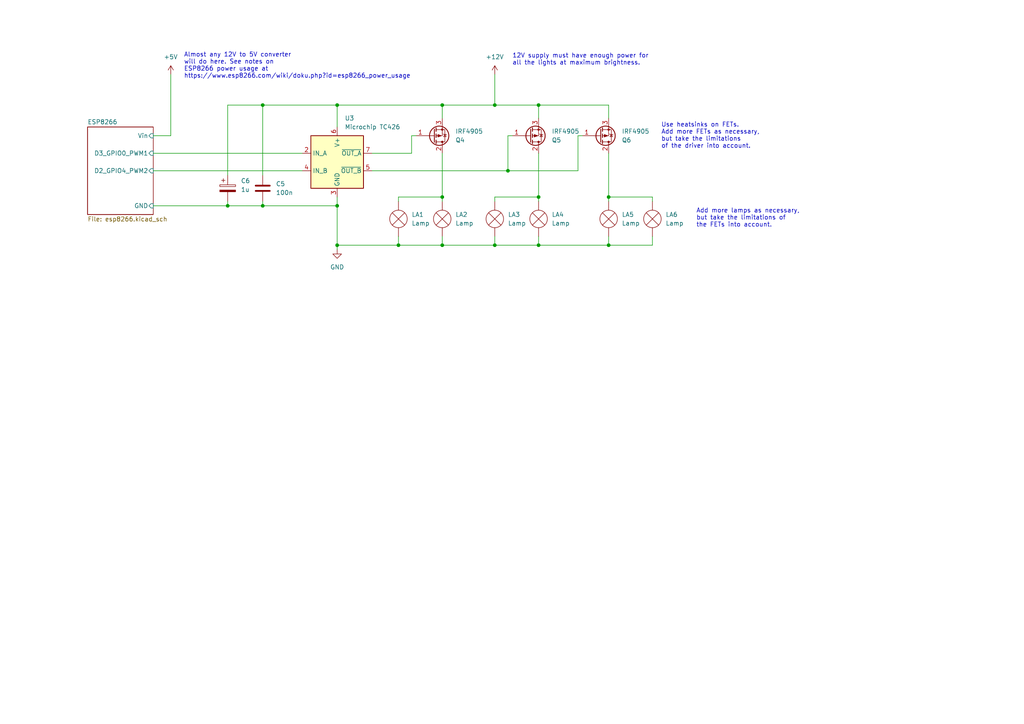
<source format=kicad_sch>
(kicad_sch (version 20230121) (generator eeschema)
  (paper "A4")
  (lib_symbols
    (symbol "Device:C" (pin_numbers hide) (pin_names (offset 0.254))
      (property "Reference" "C" (at 0.635 2.54 0))
      (property "Value" "C" (at 0.635 -2.54 0))
      (symbol "C_0_1"
        (polyline (pts (xy -2.032 -0.762) (xy 2.032 -0.762)) (stroke (width 0.508)))
        (polyline (pts (xy -2.032 0.762) (xy 2.032 0.762)) (stroke (width 0.508)))
      )
      (symbol "C_1_1"
        (pin passive line (at 0 3.81 270) (length 2.794) (name "~") (number "1"))
        (pin passive line (at 0 -3.81 90) (length 2.794) (name "~") (number "2"))
      )
    )
    (symbol "Device:C_Polarized" (pin_numbers hide) (pin_names (offset 0.254))
      (property "Reference" "C" (at 0.635 2.54 0))
      (property "Value" "C_Polarized" (at 0.635 -2.54 0))
      (symbol "C_Polarized_0_1"
        (rectangle (start -2.286 0.508) (end 2.286 1.016))
        (polyline (pts (xy -1.778 2.286) (xy -0.762 2.286)))
        (polyline (pts (xy -1.27 2.794) (xy -1.27 1.778)))
        (rectangle (start 2.286 -0.508) (end -2.286 -1.016) (fill (type outline)))
      )
      (symbol "C_Polarized_1_1"
        (pin passive line (at 0 3.81 270) (length 2.794) (name "~") (number "1"))
        (pin passive line (at 0 -3.81 90) (length 2.794) (name "~") (number "2"))
      )
    )
    (symbol "Device:Lamp" (pin_numbers hide) (pin_names (offset 0.0254) hide)
      (property "Reference" "LA" (at 0.635 3.81 0))
      (property "Value" "Lamp" (at 0.635 -3.81 0))
      (symbol "Lamp_0_1"
        (polyline (pts (xy -1.778 1.778) (xy 1.778 -1.778)))
        (polyline (pts (xy 1.778 1.778) (xy -1.778 -1.778)))
        (circle (center 0 0) (radius 2.54))
      )
      (symbol "Lamp_1_1"
        (pin passive line (at 0 -5.08 90) (length 2.54) (name "-") (number "1"))
        (pin passive line (at 0 5.08 270) (length 2.54) (name "+") (number "2"))
      )
    )
    (symbol "Driver_FET:EL7212CN"
      (property "Reference" "U" (at -7.62 8.89 0))
      (property "Value" "EL7212CN" (at 1.27 8.89 0))
      (symbol "EL7212CN_0_1"
        (rectangle (start -7.62 -7.62) (end 7.62 7.62) (stroke (width 0.254)) (fill (type background)))
      )
      (symbol "EL7212CN_1_1"
        (pin no_connect line (at -7.62 0 0) (length 2.54) hide (name "NC") (number "1"))
        (pin input line (at -10.16 2.54 0) (length 2.54) (name "IN_A") (number "2"))
        (pin power_in line (at 0 -10.16 90) (length 2.54) (name "GND") (number "3"))
        (pin input line (at -10.16 -2.54 0) (length 2.54) (name "IN_B") (number "4"))
        (pin output line (at 10.16 -2.54 180) (length 2.54) (name "~{OUT_B}") (number "5"))
        (pin power_in line (at 0 10.16 270) (length 2.54) (name "V+") (number "6"))
        (pin output line (at 10.16 2.54 180) (length 2.54) (name "~{OUT_A}") (number "7"))
        (pin no_connect line (at 7.62 0 180) (length 2.54) hide (name "NC") (number "8"))
      )
    )
    (symbol "Transistor_FET:IRF4905" (pin_names hide)
      (property "Reference" "Q" (at 5.08 1.905 0))
      (property "Value" "IRF4905" (at 5.08 0 0))
      (symbol "IRF4905_0_1"
        (polyline (pts (xy 0.254 0) (xy -2.54 0)))
        (polyline (pts (xy 0.254 1.905) (xy 0.254 -1.905)) (stroke (width 0.254)))
        (polyline (pts (xy 0.762 -1.27) (xy 0.762 -2.286)) (stroke (width 0.254)))
        (polyline (pts (xy 0.762 0.508) (xy 0.762 -0.508)) (stroke (width 0.254)))
        (polyline (pts (xy 0.762 2.286) (xy 0.762 1.27)) (stroke (width 0.254)))
        (polyline (pts (xy 2.54 2.54) (xy 2.54 1.778)))
        (polyline (pts (xy 2.54 -2.54) (xy 2.54 0) (xy 0.762 0)))
        (polyline (pts (xy 0.762 1.778) (xy 3.302 1.778) (xy 3.302 -1.778) (xy 0.762 -1.778)))
        (polyline (pts (xy 2.286 0) (xy 1.27 0.381) (xy 1.27 -0.381) (xy 2.286 0)) (fill (type outline)))
        (polyline (pts (xy 2.794 -0.508) (xy 2.921 -0.381) (xy 3.683 -0.381) (xy 3.81 -0.254)))
        (polyline (pts (xy 3.302 -0.381) (xy 2.921 0.254) (xy 3.683 0.254) (xy 3.302 -0.381)))
        (circle (center 1.651 0) (radius 2.794) (stroke (width 0.254)))
        (circle (center 2.54 -1.778) (radius 0.254) (fill (type outline)))
        (circle (center 2.54 1.778) (radius 0.254) (fill (type outline)))
      )
      (symbol "IRF4905_1_1"
        (pin input line (at -5.08 0 0) (length 2.54) (name "G") (number "1"))
        (pin passive line (at 2.54 5.08 270) (length 2.54) (name "D") (number "2"))
        (pin passive line (at 2.54 -5.08 90) (length 2.54) (name "S") (number "3"))
      )
    )
    (symbol "power:+12V" (power) (pin_names (offset 0))
      (property "Value" "+12V" (at 0 3.556 0))
      (symbol "+12V_0_1"
        (polyline (pts (xy -0.762 1.27) (xy 0 2.54)))
        (polyline (pts (xy 0 0) (xy 0 2.54)))
        (polyline (pts (xy 0 2.54) (xy 0.762 1.27)))
      )
      (symbol "+12V_1_1"
        (pin power_in line (at 0 0 90) (length 0) hide (name "+12V") (number "1"))
      )
    )
    (symbol "power:+5V" (power) (pin_names (offset 0))
      (property "Value" "+5V" (at 0 3.556 0))
      (symbol "+5V_0_1"
        (polyline (pts (xy -0.762 1.27) (xy 0 2.54)))
        (polyline (pts (xy 0 0) (xy 0 2.54)))
        (polyline (pts (xy 0 2.54) (xy 0.762 1.27)))
      )
      (symbol "+5V_1_1"
        (pin power_in line (at 0 0 90) (length 0) hide (name "+5V") (number "1"))
      )
    )
    (symbol "power:GND" (power) (pin_names (offset 0))
      (property "Value" "GND" (at 0 -3.81 0))
      (symbol "GND_0_1"
        (polyline (pts (xy 0 0) (xy 0 -1.27) (xy 1.27 -1.27) (xy 0 -2.54) (xy -1.27 -1.27) (xy 0 -1.27)))
      )
      (symbol "GND_1_1"
        (pin power_in line (at 0 0 270) (length 0) hide (name "GND") (number "1"))
      )
    )
  )
  (junction (at 143.51 30.48))
  (junction (at 147.32 49.53))
  (junction (at 128.27 57.15))
  (junction (at 115.57 71.12))
  (junction (at 156.21 30.48))
  (junction (at 76.2 30.48))
  (junction (at 128.27 71.12))
  (junction (at 66.04 59.69))
  (junction (at 176.53 57.15))
  (junction (at 156.21 57.15))
  (junction (at 76.2 59.69))
  (junction (at 156.21 71.12))
  (junction (at 97.79 59.69))
  (junction (at 128.27 30.48))
  (junction (at 176.53 71.12))
  (junction (at 97.79 71.12))
  (junction (at 143.51 71.12))
  (junction (at 97.79 30.48))
  (wire (pts (xy 156.21 68.58) (xy 156.21 71.12)))
  (wire (pts (xy 143.51 30.48) (xy 156.21 30.48)))
  (wire (pts (xy 119.38 44.45) (xy 107.95 44.45)))
  (wire (pts (xy 167.64 49.53) (xy 147.32 49.53)))
  (wire (pts (xy 97.79 59.69) (xy 97.79 71.12)))
  (wire (pts (xy 128.27 30.48) (xy 143.51 30.48)))
  (wire (pts (xy 128.27 71.12) (xy 143.51 71.12)))
  (wire (pts (xy 143.51 68.58) (xy 143.51 71.12)))
  (wire (pts (xy 115.57 71.12) (xy 128.27 71.12)))
  (wire (pts (xy 156.21 71.12) (xy 176.53 71.12)))
  (wire (pts (xy 128.27 30.48) (xy 97.79 30.48)))
  (wire (pts (xy 143.51 71.12) (xy 156.21 71.12)))
  (wire (pts (xy 76.2 59.69) (xy 97.79 59.69)))
  (wire (pts (xy 66.04 59.69) (xy 76.2 59.69)))
  (wire (pts (xy 76.2 58.42) (xy 76.2 59.69)))
  (wire (pts (xy 49.53 21.59) (xy 49.53 39.37)))
  (wire (pts (xy 176.53 68.58) (xy 176.53 71.12)))
  (wire (pts (xy 148.59 39.37) (xy 147.32 39.37)))
  (wire (pts (xy 156.21 44.45) (xy 156.21 57.15)))
  (wire (pts (xy 128.27 44.45) (xy 128.27 57.15)))
  (wire (pts (xy 115.57 68.58) (xy 115.57 71.12)))
  (wire (pts (xy 128.27 68.58) (xy 128.27 71.12)))
  (wire (pts (xy 97.79 30.48) (xy 97.79 36.83)))
  (wire (pts (xy 167.64 39.37) (xy 167.64 49.53)))
  (wire (pts (xy 119.38 39.37) (xy 119.38 44.45)))
  (wire (pts (xy 168.91 39.37) (xy 167.64 39.37)))
  (wire (pts (xy 143.51 21.59) (xy 143.51 30.48)))
  (wire (pts (xy 115.57 57.15) (xy 128.27 57.15)))
  (wire (pts (xy 189.23 57.15) (xy 189.23 58.42)))
  (wire (pts (xy 49.53 39.37) (xy 44.45 39.37)))
  (wire (pts (xy 66.04 30.48) (xy 66.04 50.8)))
  (wire (pts (xy 147.32 39.37) (xy 147.32 49.53)))
  (wire (pts (xy 120.65 39.37) (xy 119.38 39.37)))
  (wire (pts (xy 76.2 30.48) (xy 76.2 50.8)))
  (wire (pts (xy 176.53 57.15) (xy 176.53 58.42)))
  (wire (pts (xy 76.2 30.48) (xy 97.79 30.48)))
  (wire (pts (xy 44.45 59.69) (xy 66.04 59.69)))
  (wire (pts (xy 76.2 30.48) (xy 66.04 30.48)))
  (wire (pts (xy 143.51 57.15) (xy 143.51 58.42)))
  (wire (pts (xy 176.53 44.45) (xy 176.53 57.15)))
  (wire (pts (xy 176.53 57.15) (xy 189.23 57.15)))
  (wire (pts (xy 176.53 30.48) (xy 176.53 34.29)))
  (wire (pts (xy 156.21 57.15) (xy 143.51 57.15)))
  (wire (pts (xy 128.27 30.48) (xy 128.27 34.29)))
  (wire (pts (xy 97.79 59.69) (xy 97.79 57.15)))
  (wire (pts (xy 115.57 57.15) (xy 115.57 58.42)))
  (wire (pts (xy 176.53 71.12) (xy 189.23 71.12)))
  (wire (pts (xy 97.79 71.12) (xy 97.79 72.39)))
  (wire (pts (xy 189.23 71.12) (xy 189.23 68.58)))
  (wire (pts (xy 44.45 49.53) (xy 87.63 49.53)))
  (wire (pts (xy 44.45 44.45) (xy 87.63 44.45)))
  (wire (pts (xy 97.79 71.12) (xy 115.57 71.12)))
  (wire (pts (xy 156.21 30.48) (xy 156.21 34.29)))
  (wire (pts (xy 156.21 30.48) (xy 176.53 30.48)))
  (wire (pts (xy 128.27 57.15) (xy 128.27 58.42)))
  (wire (pts (xy 147.32 49.53) (xy 107.95 49.53)))
  (wire (pts (xy 156.21 57.15) (xy 156.21 58.42)))
  (wire (pts (xy 66.04 58.42) (xy 66.04 59.69)))
  (text "Use heatsinks on FETs.\nAdd more FETs as necessary,\nbut take the limitations\nof the driver into account." (at 191.77 43.18 0) (effects (font (size 1.27 1.27)) (justify left bottom)))
  (text "12V supply must have enough power for\nall the lights at maximum brightness." (at 148.59 19.05 0) (effects (font (size 1.27 1.27)) (justify left bottom)))
  (text "Add more lamps as necessary,\nbut take the limitations of\nthe FETs into account." (at 201.93 66.04 0) (effects (font (size 1.27 1.27)) (justify left bottom)))
  (text "Almost any 12V to 5V converter\nwill do here. See notes on\nESP8266 power usage at\nhttps://www.esp8266.com/wiki/doku.php?id=esp8266_power_usage" (at 53.34 22.86 0) (effects (font (size 1.27 1.27)) (justify left bottom)))
  (symbol (lib_id "Device:Lamp") (at 143.51 63.5 0) (unit 1)
    (property "Reference" "LA3" (at 147.32 62.23 0) (effects (justify left)))
    (property "Value" "Lamp" (at 147.32 64.77 0) (effects (justify left)))
  )
  (symbol (lib_id "Transistor_FET:IRF4905") (at 173.99 39.37 0) (mirror x) (unit 1)
    (property "Reference" "Q6" (at 180.34 40.64 0) (effects (justify left)))
    (property "Value" "IRF4905" (at 180.34 38.1 0) (effects (justify left)))
    (property "Footprint" "Package_TO_SOT_THT:TO-220-3_Vertical" (effects hide))
    (property "Datasheet" "http://www.infineon.com/dgdl/irf4905.pdf?fileId=5546d462533600a4015355e32165197c" (effects hide))
  )
  (symbol (lib_id "Device:C") (at 76.2 54.61 0) (unit 1)
    (property "Reference" "C5" (at 80.01 53.34 0) (effects (justify left)))
    (property "Value" "100n" (at 80.01 55.88 0) (effects (justify left)))
  )
  (symbol (lib_id "Device:Lamp") (at 128.27 63.5 0) (unit 1)
    (property "Reference" "LA2" (at 132.08 62.23 0) (effects (justify left)))
    (property "Value" "Lamp" (at 132.08 64.77 0) (effects (justify left)))
  )
  (symbol (lib_id "Device:Lamp") (at 176.53 63.5 0) (unit 1)
    (property "Reference" "LA5" (at 180.34 62.23 0) (effects (justify left)))
    (property "Value" "Lamp" (at 180.34 64.77 0) (effects (justify left)))
  )
  (symbol (lib_id "Transistor_FET:IRF4905") (at 125.73 39.37 0) (mirror x) (unit 1)
    (property "Reference" "Q4" (at 132.08 40.64 0) (effects (justify left)))
    (property "Value" "IRF4905" (at 132.08 38.1 0) (effects (justify left)))
    (property "Footprint" "Package_TO_SOT_THT:TO-220-3_Vertical" (effects hide))
    (property "Datasheet" "http://www.infineon.com/dgdl/irf4905.pdf?fileId=5546d462533600a4015355e32165197c" (effects hide))
  )
  (symbol (lib_id "power:+12V") (at 143.51 21.59 0) (unit 1)
    (property "Reference" "#PWR03" (effects hide))
    (property "Value" "+12V" (at 143.51 16.51 0))
  )
  (symbol (lib_id "Transistor_FET:IRF4905") (at 153.67 39.37 0) (mirror x) (unit 1)
    (property "Reference" "Q5" (at 160.02 40.64 0) (effects (justify left)))
    (property "Value" "IRF4905" (at 160.02 38.1 0) (effects (justify left)))
    (property "Footprint" "Package_TO_SOT_THT:TO-220-3_Vertical" (effects hide))
    (property "Datasheet" "http://www.infineon.com/dgdl/irf4905.pdf?fileId=5546d462533600a4015355e32165197c" (effects hide))
  )
  (symbol (lib_id "Driver_FET:EL7212CN") (at 97.79 46.99 0) (unit 1)
    (property "Reference" "U3" (at 99.9841 34.29 0) (effects (justify left)))
    (property "Value" "Microchip TC426" (at 99.9841 36.83 0) (effects (justify left)))
    (property "Datasheet" "http://www.intersil.com/content/dam/Intersil/documents/el72/el7202-12-22.pdf" (effects hide))
  )
  (symbol (lib_id "Device:Lamp") (at 115.57 63.5 0) (unit 1)
    (property "Reference" "LA1" (at 119.38 62.23 0) (effects (justify left)))
    (property "Value" "Lamp" (at 119.38 64.77 0) (effects (justify left)))
  )
  (symbol (lib_id "Device:Lamp") (at 156.21 63.5 0) (unit 1)
    (property "Reference" "LA4" (at 160.02 62.23 0) (effects (justify left)))
    (property "Value" "Lamp" (at 160.02 64.77 0) (effects (justify left)))
  )
  (symbol (lib_id "Device:Lamp") (at 189.23 63.5 0) (unit 1)
    (property "Reference" "LA6" (at 193.04 62.23 0) (effects (justify left)))
    (property "Value" "Lamp" (at 193.04 64.77 0) (effects (justify left)))
  )
  (symbol (lib_id "Device:C_Polarized") (at 66.04 54.61 0) (unit 1)
    (property "Reference" "C6" (at 69.85 52.451 0) (effects (justify left)))
    (property "Value" "1u" (at 69.85 54.991 0) (effects (justify left)))
  )
  (symbol (lib_id "power:GND") (at 97.79 72.39 0) (unit 1)
    (property "Reference" "#PWR04" (effects hide))
    (property "Value" "GND" (at 97.79 77.47 0))
  )
  (symbol (lib_id "power:+5V") (at 49.53 21.59 0) (unit 1)
    (property "Reference" "#PWR01" (effects hide))
    (property "Value" "+5V" (at 49.53 16.51 0))
  )
  (sheet (at 25.4 36.83) (size 19.05 25.4) (stroke (width 0.1524))
    (property "Sheetname" "ESP8266" (at 25.4 36.1184 0) (effects (justify left bottom)))
    (property "Sheetfile" "esp8266.kicad_sch" (at 25.4 62.8146 0) (effects (justify left top)))
    (pin "Vin" input (at 44.45 39.37 0))
    (pin "D2_GPIO4_PWM2" input (at 44.45 49.53 0))
    (pin "D3_GPIO0_PWM1" input (at 44.45 44.45 0))
    (pin "GND" input (at 44.45 59.69 0))
  )
)
</source>
